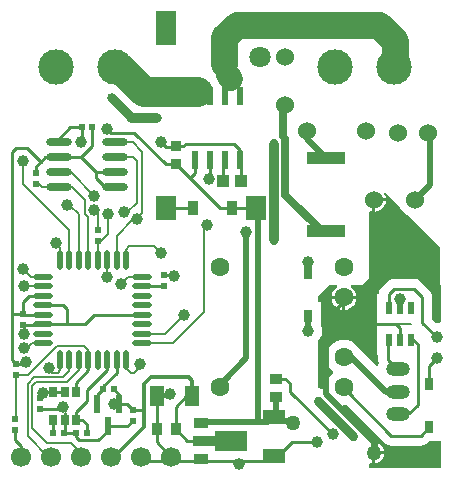
<source format=gbl>
%FSTAX25Y25*%
%MOIN*%
%SFA1B1*%

%IPPOS*%
%AMD43*
4,1,4,0.069600,-0.047400,-0.047400,0.069600,-0.069600,0.047400,0.047400,-0.069600,0.069600,-0.047400,0.0*
1,1,0.031500,-0.058500,0.058500*
1,1,0.031500,0.058500,-0.058500*
%
%AMD45*
4,1,4,0.041700,-0.019500,-0.019500,0.041700,-0.041700,0.019500,0.019500,-0.041700,0.041700,-0.019500,0.0*
1,1,0.031500,-0.030600,0.030600*
1,1,0.031500,0.030600,-0.030600*
%
%ADD16R,0.037400X0.039400*%
%ADD17R,0.039400X0.035400*%
%ADD24R,0.024400X0.024400*%
%ADD26R,0.024400X0.022800*%
%ADD27R,0.031500X0.039400*%
%ADD28C,0.019700*%
%ADD29C,0.010000*%
%ADD30C,0.027600*%
%ADD31C,0.098400*%
%ADD32C,0.008000*%
%ADD33C,0.023600*%
%ADD34C,0.060000*%
%ADD35C,0.063000*%
%ADD36O,0.078700X0.047200*%
%ADD37O,0.078700X0.047200*%
%ADD38C,0.118100*%
%ADD39C,0.070900*%
%ADD40R,0.070900X0.118100*%
%ADD41R,0.070900X0.078700*%
%ADD42C,0.066900*%
G04~CAMADD=43~3~0.0~0.0~1969.0~315.0~0.0~0.0~0~0.0~0.0~0.0~0.0~0~0.0~0.0~0.0~0.0~0~0.0~0.0~0.0~-45.0~1484.0~1484.0*
%ADD43D43*%
%ADD44O,0.031500X0.354300*%
G04~CAMADD=45~3~0.0~0.0~1181.0~315.0~0.0~0.0~0~0.0~0.0~0.0~0.0~0~0.0~0.0~0.0~0.0~0~0.0~0.0~0.0~-45.0~926.0~926.0*
%ADD45D45*%
%ADD46O,0.118100X0.031500*%
%ADD47C,0.039400*%
%ADD48C,0.050000*%
%ADD49R,0.106300X0.066900*%
%ADD50R,0.051200X0.035400*%
%ADD51R,0.074800X0.035400*%
%ADD52R,0.129900X0.041300*%
%ADD53R,0.045300X0.070900*%
%ADD54R,0.024400X0.024400*%
%ADD55R,0.023600X0.061000*%
%ADD56R,0.037400X0.037400*%
%ADD57R,0.039400X0.039400*%
%ADD58R,0.035800X0.048000*%
%ADD59R,0.023600X0.059100*%
%ADD60R,0.022800X0.024400*%
%ADD61R,0.025600X0.035400*%
%ADD62O,0.065000X0.021700*%
%ADD63O,0.021700X0.065000*%
%ADD64O,0.086600X0.023600*%
%ADD65R,0.072800X0.047200*%
%ADD66R,0.021700X0.043300*%
%ADD67C,0.090600*%
%ADD68C,0.012000*%
%ADD69C,0.078700*%
%LNsocket_39x37-1*%
%LPD*%
G36*
X022435Y011165D02*
D01*
X022503Y011113*
X022582Y01108*
X022667Y011069*
X023642*
X023727Y01108*
X023806Y011113*
X023874Y011165*
X023929Y01122*
X024327*
X024331Y01035*
X024295Y010315*
X021929*
Y010468*
X021971Y010496*
X021995Y010486*
X022037Y01048*
Y010827*
Y011173*
X021995Y011168*
X021971Y011158*
X021929Y011185*
Y01122*
X02184Y01131*
X021848Y011374*
X021833Y011487*
X02179Y011592*
X02172Y011683*
X021027Y012377*
X021048Y012422*
X021083Y012418*
X021173Y012427*
X022435Y011165*
G37*
G36*
X022931Y019055D02*
X022962Y018981D01*
X023054Y018861*
X023174Y018769*
X02325Y018737*
X024297Y017696*
X024308Y015202*
X024258Y01516*
X024173Y015171*
X024162Y01517*
X024029Y015303*
Y016024*
X024018Y016109*
X023985Y016188*
X023933Y016256*
X023657Y016531*
X023589Y016584*
X02351Y016616*
X023425Y016628*
X022756*
X022671Y016616*
X022592Y016584*
X022524Y016531*
X022347Y016354*
X022294Y016286*
X022262Y016207*
X022253Y016142*
X022195*
Y015157*
X023336*
X023353Y015121*
X023322Y015079*
X022195*
Y014094*
X022231*
Y013925*
X022242Y01384*
X02225Y013821*
X022218Y013744*
X022217Y013735*
X022169Y013719*
X02161Y014278*
X021576Y014341*
X021502Y014431*
X021412Y014505*
X02131Y01456*
X021198Y014594*
X021083Y014605*
X020967Y014594*
X020856Y01456*
X020753Y014505*
X020663Y014431*
X020589Y014341*
X020534Y014239*
X020501Y014128*
X020489Y014012*
X020501Y013896*
X020534Y013785*
X020589Y013682*
X020663Y013592*
X020722Y013544*
Y01348*
X020663Y013431*
X020589Y013341*
X020534Y013239*
X020501Y013128*
X020489Y013012*
X020495Y012959*
X020483Y012946*
X020447Y012927*
X020355Y012965*
X020242Y01298*
X020207Y013011*
Y014536*
X020219Y014545*
X020295Y014644*
X020342Y014759*
X020358Y014882*
X020342Y015005*
X020315Y015071*
Y015866*
X020207*
Y016033*
X020591Y016417*
X020851*
X020858Y016404*
X020864Y016367*
X020787Y016308*
X02072Y016221*
X020678Y01612*
X020671Y016062*
X021083*
X021495*
X021487Y01612*
X021445Y016221*
X021379Y016308*
X021301Y016367*
X021307Y016404*
X021314Y016417*
X021693*
X021929Y016654*
Y018859*
X021971Y018887*
X021982Y018882*
X022037Y018875*
Y019272*
X022087*
Y019322*
X022483*
X022476Y019376*
X022436Y019473*
X022423Y01949*
X022461Y019523*
X022931Y019055*
G37*
%LNsocket_39x37-2*%
%LPC*%
G36*
X022433Y010777D02*
X022137D01*
Y01048*
X022178Y010486*
X022263Y010521*
X022336Y010577*
X022392Y01065*
X022428Y010735*
X022433Y010777*
G37*
G36*
X022137Y011173D02*
Y010877D01*
X022433*
X022428Y010918*
X022392Y011003*
X022336Y011076*
X022263Y011133*
X022178Y011168*
X022137Y011173*
G37*
G36*
X022483Y019222D02*
X022137D01*
Y018875*
X022191Y018882*
X022288Y018922*
X022372Y018986*
X022436Y01907*
X022476Y019167*
X022483Y019222*
G37*
G36*
X021495Y015962D02*
X021133D01*
Y0156*
X021191Y015608*
X021292Y015649*
X021379Y015716*
X021445Y015803*
X021487Y015903*
X021495Y015962*
G37*
G36*
X021033D02*
X020671D01*
X020678Y015903*
X02072Y015803*
X020787Y015716*
X020873Y015649*
X020974Y015608*
X021033Y0156*
Y015962*
G37*
%LNsocket_39x37-3*%
%LPD*%
G54D16*
X015472Y011614D03*
X014843D03*
G54D17*
X018819Y012677D03*
Y013307D03*
G54D24*
X011752Y011496D03*
X011398D03*
X012343Y021693D03*
X012697D03*
G54D26*
X010827Y019776D03*
Y020146D03*
X010157Y013437D03*
Y013807D03*
X012874Y018256D03*
Y017886D03*
G54D27*
X019882Y015394D03*
Y016811D03*
X023937Y011693D03*
Y01311D03*
G54D28*
X019882Y014882D02*
Y015394D01*
X017087Y013228D02*
X017835Y013976D01*
Y018189*
X016431Y01185D02*
X018228D01*
Y018915*
Y01185D02*
X018563D01*
X018819Y011909D02*
Y012717D01*
Y011909D02*
X019311D01*
X02122Y014031D02*
X021323D01*
X02248Y012874*
X022874*
X020472Y012795D02*
Y015283D01*
Y012795D02*
X022087Y011181D01*
X019843Y021299D02*
X020472Y020669D01*
X019843Y021299D02*
Y021526D01*
X023957Y019764D02*
Y021476D01*
X023465Y019272D02*
X023957Y019764D01*
G54D29*
X020472Y015283D02*
X02122Y016031D01*
X015197Y012717D02*
X015276Y012795D01*
X014843Y012717D02*
X015197D01*
X023701Y015167D02*
Y016024D01*
X023425Y016299D02*
X023701Y016024D01*
X022756Y016299D02*
X023425D01*
X022579Y016122D02*
X022756Y016299D01*
X022579Y015728D02*
Y016122D01*
X023701Y015167D02*
X024173Y014695D01*
X022126Y015118D02*
X022835D01*
X02174Y015504D02*
X022126Y015118D01*
X022835D02*
X022953Y015D01*
X019016Y022323D02*
X019134Y022441D01*
X022697Y018327D02*
X02311D01*
X022126Y017756D02*
X022697Y018327D01*
X022126Y016417D02*
Y017756D01*
X02174Y016031D02*
X022126Y016417D01*
X02126Y016031D02*
X02174D01*
X022559Y014646D02*
X022579Y014665D01*
X022559Y013925D02*
Y014646D01*
Y013925D02*
X022874Y01361D01*
X022953Y015728D02*
Y015945D01*
Y014665D02*
Y015D01*
X022756Y012165D02*
X023268D01*
X019882Y016811D02*
Y017205D01*
X014315Y010709D02*
X014472Y010551D01*
X014843Y011181D02*
Y011614D01*
Y011181D02*
X015315Y010709D01*
X017559Y010433D02*
X017598Y010472D01*
X016431Y011142D02*
X017337D01*
X011315Y010709D02*
Y010843D01*
X011398Y011535D02*
Y011929D01*
Y011535D02*
D01*
X010945Y012303D02*
X011634D01*
X011772Y011929D02*
Y012165D01*
Y011555D02*
Y011929D01*
X011752Y011535D02*
X011772Y011555D01*
X011161Y012874D02*
X011398D01*
X011772*
X011791Y011496D02*
X012138D01*
X011752Y011535D02*
X011791Y011496D01*
X012508D02*
Y011783D01*
X012362Y011929D02*
X012508Y011783D01*
X012146Y011929D02*
X012362D01*
X012146D02*
Y012185D01*
X012854Y012461D02*
Y012764D01*
X013043Y012953*
X013413D02*
X013602Y012764D01*
Y012461D02*
X013858D01*
X014055Y012264*
X013043Y012953D02*
Y013043D01*
X013189Y013583D02*
Y013937D01*
X012146Y012874D02*
Y013169D01*
X012559Y013583*
Y013937*
X013504Y013504D02*
Y013937D01*
X013043Y013043D02*
X013504Y013504D01*
X012441Y015118D02*
X012756Y015433D01*
X01437*
X011063Y015748D02*
X011732D01*
X01185Y01563*
Y015118D02*
Y01563D01*
Y015118D02*
X012441D01*
X010413Y015433D02*
X011063D01*
X010394Y015453D02*
X010413Y015433D01*
X010394Y015098D02*
X011043D01*
X011063Y015118*
X010394Y015453D02*
Y015866D01*
X010591Y016063*
X011063*
X017067Y019882D02*
Y020545D01*
X017112Y020591*
X017657Y019882D02*
Y020545D01*
X017612Y020591D02*
X017657Y020545D01*
X015472Y021043D02*
X015728D01*
X015167Y018976D02*
X016047D01*
X017339D02*
X018167D01*
X011575Y021183D02*
Y021299D01*
X011968Y021693*
X012343*
X011575Y020683D02*
X012309D01*
X012697Y021071D02*
Y021693D01*
X012309Y020683D02*
X012697Y021071D01*
X010276Y010748D02*
X010315Y010709D01*
X011063Y015118D02*
X01185D01*
X010315Y010709D02*
Y011063D01*
X010118Y01126D02*
X010315Y011063D01*
X010118Y01126D02*
Y011594D01*
X010057Y015453D02*
X010394D01*
X012809Y020183D02*
X013465D01*
X012309Y020683D02*
X012809Y020183D01*
X010827Y020146D02*
Y020394D01*
X011116Y020683D02*
X011575D01*
X012809Y019986D02*
Y020183D01*
Y019986D02*
X013112Y019683D01*
X013465*
X013406Y012461D02*
X013602D01*
Y012764*
X013228Y011713D02*
X013858D01*
X014055Y011909*
X014843Y011614D02*
Y012717D01*
X015472Y011614D02*
Y012362D01*
X015827Y012717*
X016024*
X014055Y012264D02*
X014409D01*
X012138Y01137D02*
Y011496D01*
Y01137D02*
X012264Y011244D01*
X012898*
X013228Y011575*
Y011713*
X01437Y016378D02*
X015059D01*
X015079Y016398*
Y016752D02*
X015413D01*
X015433Y016732*
X011634Y012303D02*
X011693Y012362D01*
X011732*
X011122Y012835D02*
X011161Y012874D01*
X011063Y012835D02*
X011122D01*
X010157Y013807D02*
X010421D01*
X010472Y013858*
X018167Y018976D02*
X018228Y018915D01*
X016112Y020148D02*
Y020591D01*
X017087Y013032D02*
Y013228D01*
X015728Y021043D02*
X015813Y021128D01*
X016949Y018976D02*
X017339D01*
X015945Y01998D02*
X016112Y020148D01*
X016612Y019998D02*
Y020591D01*
X016575Y019961D02*
X016612Y019998D01*
X014972Y021209D02*
X015157Y021024D01*
X015453*
X015472Y021043*
X012873Y018936D02*
X012874Y018937D01*
X012755Y018936D02*
X012873D01*
X010526Y020984D02*
X010971Y020538D01*
X010157Y020984D02*
X010526D01*
X010827Y020394D02*
X010971Y020538D01*
X011116Y020683*
X010394Y015098D02*
X010433Y015059D01*
Y014803D02*
Y015059D01*
X010037Y013927D02*
X010157Y013807D01*
X010037Y015472D02*
X010057Y015453D01*
X010037Y013927D02*
Y015472D01*
X013315Y010709D02*
X013425D01*
X015138Y020453D02*
X015472D01*
X015945Y01998*
X016949Y018976*
X012343Y021201D02*
Y021693D01*
X012323Y021181D02*
X012343Y021201D01*
X01935Y011181D02*
X020197D01*
X01872Y010551D02*
X01935Y011181D01*
X014472Y010551D02*
X01872D01*
X018819Y013307D02*
X019134D01*
X019291Y012874D02*
X020709Y011457D01*
X019291Y012874D02*
Y01315D01*
X019134Y013307D02*
X019291Y01315D01*
X013189Y021614D02*
X013307Y021496D01*
X014094*
X015138Y020453*
X015472Y011614D02*
X015866Y01122D01*
X016352*
X016431Y011142*
X016313Y011732D02*
X016431Y01185D01*
X018563D02*
X01874Y012028D01*
X019311Y011909D02*
X01939Y011831D01*
X023937Y01311D02*
Y01374D01*
X024173Y013976*
X023268Y012165D02*
X023543Y012441D01*
Y014449*
X023327Y014665D02*
X023543Y014449D01*
X015813Y021128D02*
X017415D01*
X017612Y020931*
Y020591D02*
Y020931D01*
X02122Y012844D02*
Y013031D01*
Y012844D02*
X022667Y011398D01*
X023642*
X023937Y011693*
X02174Y015504D02*
Y016031D01*
X020709Y011457D02*
D01*
X012146Y012185D02*
X01252Y012559D01*
Y012913*
X013189Y013583*
X010037Y015472D02*
Y020864D01*
X010157Y020984*
G54D30*
X020344Y018228D02*
X020472D01*
X019135Y019438D02*
X020344Y018228D01*
X019135Y019438D02*
Y021297D01*
X019045Y021387D02*
X019135Y021297D01*
X019045Y021387D02*
Y022352D01*
X019134Y022441*
G54D31*
X013583Y023701D02*
X014409Y022874D01*
X01622*
G54D32*
X012315Y010709D02*
Y010835D01*
X011986Y011163D02*
X012315Y010835D01*
X011199Y011163D02*
X011986D01*
X010703Y011659D02*
X011199Y011163D01*
X01185Y013189D02*
X012244Y013583D01*
Y013937*
X011929Y013543D02*
Y013937D01*
X011735Y013349D02*
X011929Y013543D01*
X010543Y011386D02*
X01122Y010709D01*
X011315*
X010157Y011988D02*
Y013437D01*
X010118Y011949D02*
X010157Y011988D01*
X010169Y013425D02*
X010539D01*
X010157Y013437D02*
X010169Y013425D01*
X013189Y016693D02*
Y017244D01*
X013504D02*
Y018071D01*
X014055Y018622*
X014173*
X01437Y018819*
Y020866*
X013465Y020683D02*
X014041D01*
X014173Y020551*
Y019173D02*
Y020551D01*
X01386Y01886D02*
X014173Y019173D01*
X013741Y01886D02*
X01386D01*
X013228Y018134D02*
Y018779D01*
X013661Y016457D02*
X013898Y016693D01*
X01437*
X013819Y017244D02*
Y017598D01*
X011614Y013583D02*
Y013937D01*
X01154Y013509D02*
X011614Y013583D01*
X011339Y013509D02*
X01154D01*
X01122Y013627D02*
X01126Y013666D01*
X01122Y013627D02*
X011339Y013509D01*
X01298Y017886D02*
X013228Y018134D01*
X012874Y017886D02*
X01298D01*
X012874Y017244D02*
Y017886D01*
X011575Y019683D02*
X01201D01*
X012244Y017244D02*
Y01878D01*
X011982Y020183D02*
X012756Y019409D01*
X011575Y020183D02*
X011982D01*
X010827Y019776D02*
X010933D01*
X011026Y019683*
X011575*
X010543Y011386D02*
Y013141D01*
X010751Y013349*
X010703Y011659D02*
Y013065D01*
X010827Y013189*
X01185*
X010751Y013349D02*
X011735D01*
X013819Y017598D02*
X013937Y017717D01*
X014764*
X015Y01748*
X011929Y019094D02*
X012244Y01878D01*
X01185Y019094D02*
X011929D01*
Y017244D02*
Y018268D01*
X010655Y019541D02*
X011929Y018268D01*
X010655Y019541D02*
D01*
X016417Y018307D02*
X016535Y018425D01*
X016417Y015512D02*
Y018307D01*
X012559Y017244D02*
Y018683D01*
X012438Y018805D02*
X012559Y018683D01*
X01201Y019683D02*
X012438Y019255D01*
Y018805D02*
Y019255D01*
X012874Y018256D02*
Y018937D01*
X010394Y019803D02*
Y020551D01*
X013465Y021183D02*
X014053D01*
X01437Y020866*
X012559Y013937D02*
Y014252D01*
X010539Y013425D02*
X011504Y01439D01*
X012421*
X012559Y014252*
X010433Y016378D02*
X011063D01*
X010404Y016407D02*
X010433Y016378D01*
X01064Y016693D02*
X011063D01*
X010384Y016949D02*
X01064Y016693D01*
X011614Y017244D02*
Y017707D01*
X015394Y014488D02*
X016417Y015512D01*
X01437Y014488D02*
X015394D01*
X01437Y014803D02*
X015128D01*
X015738Y015433*
X010433Y014321D02*
X010512D01*
X010689Y014498*
X011053*
X011063Y014488*
X010394Y019803D02*
X010655Y019541D01*
X013819Y013661D02*
Y013937D01*
Y013661D02*
X013976Y013504D01*
X014094*
X014291Y013701*
G54D33*
X022087Y010827D02*
Y011181D01*
G54D34*
X023878Y021506D03*
X022894D03*
X019134Y022441D03*
Y024016D03*
X023465Y019272D03*
X022087D03*
X019843Y021555D03*
X021811D03*
G54D35*
X021083Y013012D03*
Y014012D03*
Y016012D03*
Y017012D03*
X016949D03*
Y013012D03*
G54D36*
X022874Y012138D03*
Y012874D03*
G54D37*
X022874Y01361D03*
G54D38*
X022756Y023701D03*
X020787D03*
X013465D03*
X011496D03*
G54D39*
X018285Y024016D03*
G54D40*
X015167Y024976D03*
G54D41*
X018167Y018976D03*
X015167D03*
G54D42*
X015315Y010709D03*
X014315D03*
X013315D03*
X012315D03*
X011315D03*
X010315D03*
G54D43*
X020827Y011959D03*
G54D44*
X01876Y019528D03*
G54D45*
X013642Y022343D03*
G54D46*
X014409Y022008D03*
G54D47*
X011486Y017835D03*
X010404Y016407D03*
X010384Y016949D03*
X015738Y015433D03*
X010433Y014321D03*
X014291Y01378D03*
X015276Y012795D03*
X024173Y013976D03*
X022953Y015945D03*
X024173Y014695D03*
X019882Y014882D03*
Y017205D03*
X017598Y010472D03*
X013189Y016693D03*
X014173Y018622D03*
X013741Y01886D03*
X013228Y018779D03*
X013661Y016457D03*
X015Y01748D03*
X01126Y013666D03*
X012756Y019409D03*
X013406Y012461D03*
X015433Y016732D03*
X011732Y012362D03*
X011063Y012835D03*
X010472Y013848D03*
X01185Y019094D03*
X016575Y019961D03*
X016535Y018425D03*
X017835Y018189D03*
X014972Y021209D03*
X012755Y018936D03*
X010394Y020551D03*
X010433Y014803D03*
X012323Y021181D03*
X020197Y011181D03*
X013189Y021614D03*
X020709Y011457D03*
G54D48*
X022087Y010827D03*
X01939Y011831D03*
G54D49*
X017337Y01122D03*
G54D50*
X016313Y011811D03*
Y01063D03*
G54D51*
X016431Y01122D03*
G54D52*
X020472Y018228D03*
Y020669D03*
G54D53*
X016024Y012717D03*
X014843D03*
G54D54*
X014055Y012264D03*
Y011909D03*
X010945Y012303D03*
Y012657D03*
X010118Y011949D03*
Y011594D03*
X010394Y015098D03*
Y015453D03*
X015079Y016752D03*
Y016398D03*
G54D55*
X016112Y022717D03*
X016612D03*
X017112D03*
X017612D03*
X016112Y020591D03*
X016612D03*
X017112D03*
X017612D03*
G54D56*
X015472Y021043D03*
Y020453D03*
G54D57*
X017657Y019882D03*
X017067D03*
G54D58*
X017339Y018976D03*
X016047D03*
G54D59*
X012854Y012461D03*
X013602D03*
X013228Y011713D03*
G54D60*
X013043Y012953D03*
X013413D03*
X012508Y011496D03*
X012138D03*
G54D61*
X012146Y012874D03*
X011772D03*
X011398D03*
Y011929D03*
X011772D03*
X012146D03*
G54D62*
X011063Y014488D03*
Y014803D03*
Y015118D03*
Y015433D03*
Y015748D03*
Y016063D03*
Y016378D03*
Y016693D03*
X01437D03*
Y016378D03*
Y016063D03*
Y015748D03*
Y015433D03*
Y015118D03*
Y014803D03*
Y014488D03*
G54D63*
X011614Y017244D03*
X011929D03*
X012244D03*
X012559D03*
X012874D03*
X013189D03*
X013504D03*
X013819D03*
Y013937D03*
X013504D03*
X013189D03*
X012874D03*
X012559D03*
X012244D03*
X011929D03*
X011614D03*
G54D64*
X013465Y021183D03*
Y020683D03*
Y020183D03*
Y019683D03*
X011575Y021183D03*
Y020683D03*
Y020183D03*
Y019683D03*
G54D65*
X01874Y012028D03*
Y010728D03*
G54D66*
X022579Y014587D03*
X022953D03*
X023327D03*
Y01565D03*
X022953D03*
X022579D03*
G54D67*
X017087Y02378D02*
Y024685D01*
X022795Y023701D02*
Y024567D01*
X017087Y024685D02*
X01751Y025108D01*
X022254*
X022795Y024567*
G54D68*
X014409Y011693D02*
Y012264D01*
X016024Y012717D02*
Y013228D01*
X013425Y010709D02*
X014409Y011693D01*
X015906Y013346D02*
X016024Y013228D01*
X014646Y013346D02*
X015906D01*
X014409Y01311D02*
X014646Y013346D01*
X014409Y012264D02*
Y01311D01*
G54D69*
X017205Y023425D02*
X017323Y023307D01*
M02*
</source>
